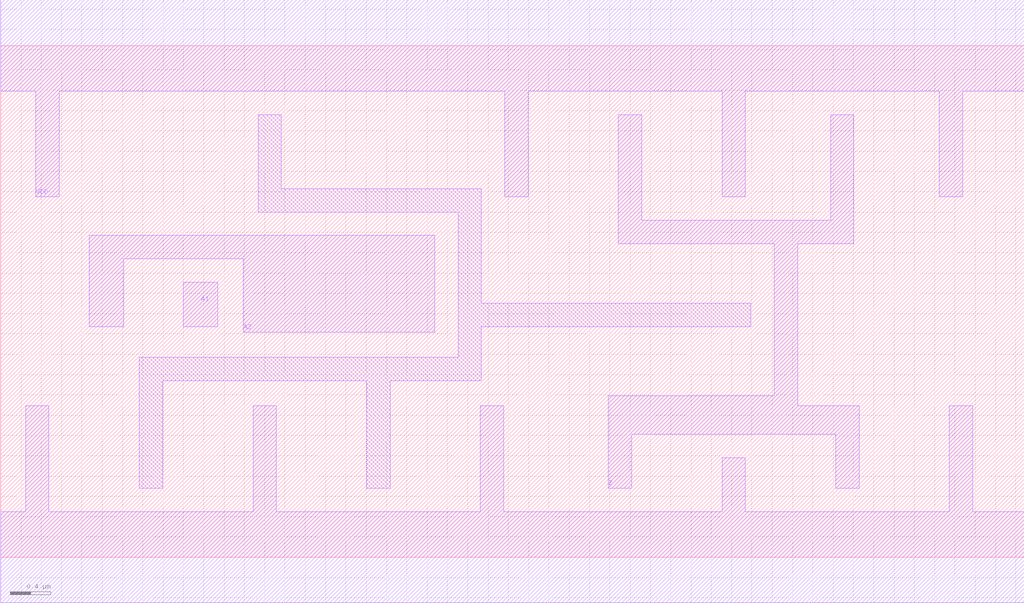
<source format=lef>
# Copyright 2022 GlobalFoundries PDK Authors
#
# Licensed under the Apache License, Version 2.0 (the "License");
# you may not use this file except in compliance with the License.
# You may obtain a copy of the License at
#
#      http://www.apache.org/licenses/LICENSE-2.0
#
# Unless required by applicable law or agreed to in writing, software
# distributed under the License is distributed on an "AS IS" BASIS,
# WITHOUT WARRANTIES OR CONDITIONS OF ANY KIND, either express or implied.
# See the License for the specific language governing permissions and
# limitations under the License.

MACRO gf180mcu_fd_sc_mcu9t5v0__or2_4
  CLASS core ;
  FOREIGN gf180mcu_fd_sc_mcu9t5v0__or2_4 0.0 0.0 ;
  ORIGIN 0 0 ;
  SYMMETRY X Y ;
  SITE GF018hv5v_green_sc9 ;
  SIZE 10.08 BY 5.04 ;
  PIN A1
    DIRECTION INPUT ;
    ANTENNAGATEAREA 3.414 ;
    PORT
      LAYER Metal1 ;
        POLYGON 1.8 2.27 2.14 2.27 2.14 2.71 1.8 2.71  ;
    END
  END A1
  PIN A2
    DIRECTION INPUT ;
    ANTENNAGATEAREA 3.414 ;
    PORT
      LAYER Metal1 ;
        POLYGON 0.87 2.27 1.21 2.27 1.21 2.94 2.39 2.94 2.39 2.215 4.275 2.215 4.275 3.17 0.87 3.17  ;
    END
  END A2
  PIN Z
    DIRECTION OUTPUT ;
    ANTENNADIFFAREA 3.5505 ;
    PORT
      LAYER Metal1 ;
        POLYGON 6.085 3.09 7.39 3.09 7.62 3.09 7.62 1.59 5.985 1.59 5.985 0.68 6.215 0.68 6.215 1.21 8.225 1.21 8.225 0.68 8.455 0.68 8.455 1.49 7.85 1.49 7.85 3.09 8.405 3.09 8.405 4.36 8.175 4.36 8.175 3.32 7.39 3.32 6.315 3.32 6.315 4.36 6.085 4.36  ;
    END
  END Z
  PIN VDD
    DIRECTION INOUT ;
    USE power ;
    SHAPE ABUTMENT ;
    PORT
      LAYER Metal1 ;
        POLYGON 0 4.59 0.345 4.59 0.345 3.55 0.575 3.55 0.575 4.59 4.965 4.59 4.965 3.55 5.195 3.55 5.195 4.59 7.105 4.59 7.105 3.55 7.335 3.55 7.335 4.59 7.39 4.59 9.245 4.59 9.245 3.55 9.475 3.55 9.475 4.59 10.08 4.59 10.08 5.49 7.39 5.49 0 5.49  ;
    END
  END VDD
  PIN VSS
    DIRECTION INOUT ;
    USE ground ;
    SHAPE ABUTMENT ;
    PORT
      LAYER Metal1 ;
        POLYGON 0 -0.45 10.08 -0.45 10.08 0.45 9.575 0.45 9.575 1.49 9.345 1.49 9.345 0.45 7.335 0.45 7.335 0.98 7.105 0.98 7.105 0.45 4.955 0.45 4.955 1.49 4.725 1.49 4.725 0.45 2.715 0.45 2.715 1.49 2.485 1.49 2.485 0.45 0.475 0.45 0.475 1.49 0.245 1.49 0.245 0.45 0 0.45  ;
    END
  END VSS
  OBS
      LAYER Metal1 ;
        POLYGON 2.535 3.4 4.505 3.4 4.505 1.97 1.365 1.97 1.365 0.68 1.595 0.68 1.595 1.74 3.605 1.74 3.605 0.68 3.835 0.68 3.835 1.74 4.735 1.74 4.735 2.27 7.39 2.27 7.39 2.5 4.735 2.5 4.735 3.63 2.765 3.63 2.765 4.36 2.535 4.36  ;
  END
END gf180mcu_fd_sc_mcu9t5v0__or2_4

</source>
